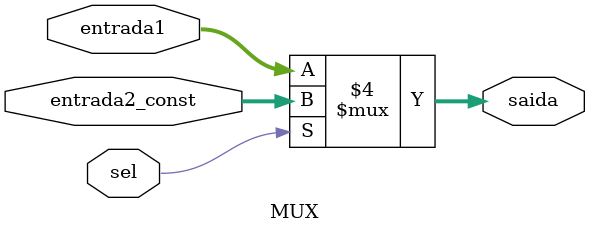
<source format=v>
module MUX (input sel, input[7:0] entrada1, entrada2_const, output reg[7:0] saida);
	always@(*)
		begin
			if(sel == 0)
				saida = entrada1;
			else
				saida = entrada2_const;
		end
endmodule

</source>
